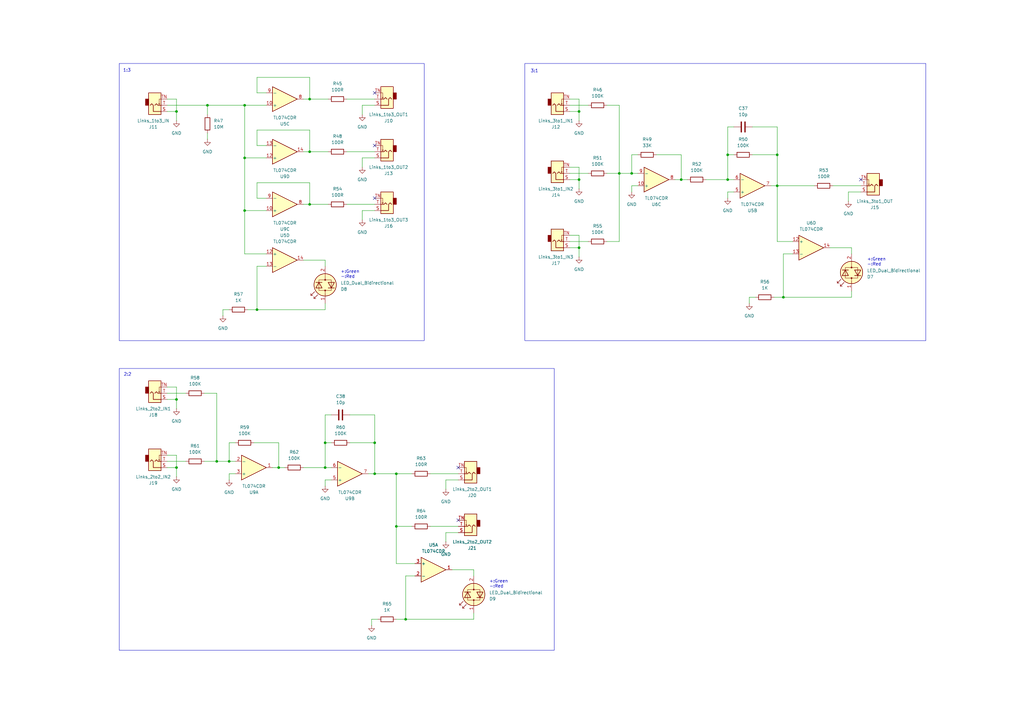
<source format=kicad_sch>
(kicad_sch (version 20250114) (generator "eeschema") (generator_version "9.0")
  (paper "A3")
  (title_block (title "1:3 / 2:2 / 3:3") (date "2025-07-31") (rev "2.1") (company "StudioKAT"))
  (lib_symbols
    (symbol "Amplifier_Operational:TL074" (pin_names (offset 0.127))
      (property "Reference" "U" (at 0 5.08 0))
      (property "Value" "TL074" (at 0 -5.08 0))
      (symbol "TL074_1_1"
        (polyline (pts (xy -5.08 5.08) (xy 5.08 0) (xy -5.08 -5.08) (xy -5.08 5.08)) (stroke (width 0.254)) (fill (type background)))
        (pin input line (at -7.62 2.54 0) (length 2.54) (name "+") (number "3"))
        (pin input line (at -7.62 -2.54 0) (length 2.54) (name "-") (number "2"))
        (pin output line (at 7.62 0 180) (length 2.54) (name "~") (number "1"))
      )
      (symbol "TL074_2_1"
        (polyline (pts (xy -5.08 5.08) (xy 5.08 0) (xy -5.08 -5.08) (xy -5.08 5.08)) (stroke (width 0.254)) (fill (type background)))
        (pin input line (at -7.62 2.54 0) (length 2.54) (name "+") (number "5"))
        (pin input line (at -7.62 -2.54 0) (length 2.54) (name "-") (number "6"))
        (pin output line (at 7.62 0 180) (length 2.54) (name "~") (number "7"))
      )
      (symbol "TL074_3_1"
        (polyline (pts (xy -5.08 5.08) (xy 5.08 0) (xy -5.08 -5.08) (xy -5.08 5.08)) (stroke (width 0.254)) (fill (type background)))
        (pin input line (at -7.62 2.54 0) (length 2.54) (name "+") (number "10"))
        (pin input line (at -7.62 -2.54 0) (length 2.54) (name "-") (number "9"))
        (pin output line (at 7.62 0 180) (length 2.54) (name "~") (number "8"))
      )
      (symbol "TL074_4_1"
        (polyline (pts (xy -5.08 5.08) (xy 5.08 0) (xy -5.08 -5.08) (xy -5.08 5.08)) (stroke (width 0.254)) (fill (type background)))
        (pin input line (at -7.62 2.54 0) (length 2.54) (name "+") (number "12"))
        (pin input line (at -7.62 -2.54 0) (length 2.54) (name "-") (number "13"))
        (pin output line (at 7.62 0 180) (length 2.54) (name "~") (number "14"))
      )
      (symbol "TL074_5_1"
        (pin power_in line (at -2.54 7.62 270) (length 3.81) (name "V+") (number "4"))
        (pin power_in line (at -2.54 -7.62 90) (length 3.81) (name "V-") (number "11"))
      )
    )
    (symbol "Connector_Audio:AudioJack2_SwitchT"
      (property "Reference" "J" (at 0 8.89 0))
      (property "Value" "AudioJack2_SwitchT" (at 0 6.35 0))
      (symbol "AudioJack2_SwitchT_0_1"
        (rectangle (start -2.54 0) (end -3.81 -2.54) (stroke (width 0.254)) (fill (type outline)))
        (polyline (pts (xy 0 0) (xy 0.635 -0.635) (xy 1.27 0) (xy 2.54 0)) (stroke (width 0.254)))
        (polyline (pts (xy 1.778 -0.254) (xy 2.032 -0.762)))
        (rectangle (start 2.54 3.81) (end -2.54 -5.08) (stroke (width 0.254)) (fill (type background)))
        (polyline (pts (xy 2.54 2.54) (xy -0.635 2.54) (xy -0.635 0) (xy -1.27 -0.635) (xy -1.905 0)) (stroke (width 0.254)))
        (polyline (pts (xy 2.54 -2.54) (xy 1.778 -2.54) (xy 1.778 -0.254) (xy 1.524 -0.762)))
      )
      (symbol "AudioJack2_SwitchT_1_1"
        (pin passive line (at 5.08 2.54 180) (length 2.54) (name "~") (number "S"))
        (pin passive line (at 5.08 0 180) (length 2.54) (name "~") (number "T"))
        (pin passive line (at 5.08 -2.54 180) (length 2.54) (name "~") (number "TN"))
      )
    )
    (symbol "Device:C" (pin_numbers (hide yes)) (pin_names (offset 0.254))
      (property "Reference" "C" (at 0.635 2.54 0))
      (property "Value" "C" (at 0.635 -2.54 0))
      (symbol "C_0_1"
        (polyline (pts (xy -2.032 0.762) (xy 2.032 0.762)) (stroke (width 0.508)))
        (polyline (pts (xy -2.032 -0.762) (xy 2.032 -0.762)) (stroke (width 0.508)))
      )
      (symbol "C_1_1"
        (pin passive line (at 0 3.81 270) (length 2.794) (name "~") (number "1"))
        (pin passive line (at 0 -3.81 90) (length 2.794) (name "~") (number "2"))
      )
    )
    (symbol "Device:LED_Dual_Bidirectional" (pin_names (offset 0) (hide yes))
      (property "Reference" "D" (at 0 5.715 0))
      (property "Value" "LED_Dual_Bidirectional" (at 0 -6.35 0))
      (symbol "LED_Dual_Bidirectional_0_1"
        (polyline (pts (xy -4.572 0) (xy -2.54 0)))
        (circle (center -2.032 0) (radius 0.254) (fill (type outline)))
        (polyline (pts (xy -2.032 0) (xy -2.54 0)))
        (polyline (pts (xy -1.016 3.81) (xy -1.016 1.27)) (stroke (width 0.254)))
        (polyline (pts (xy -1.016 -1.27) (xy -1.016 -3.81) (xy 1.27 -2.54) (xy -1.016 -1.27)) (stroke (width 0.254)))
        (circle (center 0 0) (radius 4.572) (stroke (width 0.254)) (fill (type background)))
        (polyline (pts (xy 1.27 3.81) (xy 1.27 1.27) (xy -1.016 2.54) (xy 1.27 3.81)) (stroke (width 0.254)))
        (polyline (pts (xy 1.27 -1.27) (xy 1.27 -3.81)) (stroke (width 0.254)))
        (polyline (pts (xy 2.286 2.54) (xy -2.032 2.54) (xy -2.032 -2.54) (xy 2.286 -2.54) (xy 2.286 2.54)))
        (circle (center 2.286 0) (radius 0.254) (fill (type outline)))
        (polyline (pts (xy 2.794 4.318) (xy 4.318 5.842) (xy 3.556 5.842)) (stroke (width 0.2032)))
        (polyline (pts (xy 4.064 3.048) (xy 5.588 4.572) (xy 4.826 4.572)) (stroke (width 0.2032)))
        (polyline (pts (xy 4.064 0) (xy 2.286 0)) (fill (type outline)))
        (polyline (pts (xy 4.318 5.842) (xy 4.318 5.08)) (stroke (width 0.2032)))
        (polyline (pts (xy 5.588 4.572) (xy 5.588 3.81)) (stroke (width 0.2032)))
      )
      (symbol "LED_Dual_Bidirectional_1_1"
        (pin input line (at -7.62 0 0) (length 3.048) (name "AK") (number "2"))
        (pin input line (at 7.62 0 180) (length 3.81) (name "KA") (number "1"))
      )
    )
    (symbol "Device:R" (pin_numbers (hide yes)) (pin_names (offset 0))
      (property "Reference" "R" (at 2.032 0 90))
      (property "Value" "R" (at 0 0 90))
      (symbol "R_0_1"
        (rectangle (start -1.016 -2.54) (end 1.016 2.54) (stroke (width 0.254)))
      )
      (symbol "R_1_1"
        (pin passive line (at 0 3.81 270) (length 1.27) (name "~") (number "1"))
        (pin passive line (at 0 -3.81 90) (length 1.27) (name "~") (number "2"))
      )
    )
    (symbol "power:GND" (power) (pin_numbers (hide yes)) (pin_names (offset 0) (hide yes))
      (property "Value" "GND" (at 0 -3.81 0))
      (symbol "GND_0_1"
        (polyline (pts (xy 0 0) (xy 0 -1.27) (xy 1.27 -1.27) (xy 0 -2.54) (xy -1.27 -1.27) (xy 0 -1.27)))
      )
      (symbol "GND_1_1"
        (pin power_in line (at 0 0 270) (length 0) (name "~") (number "1"))
      )
    )
  )
  (rectangle (start 48.895 26.035) (end 173.99 139.7))
  (rectangle (start 48.895 151.13) (end 227.33 266.7))
  (rectangle (start 215.265 26.035) (end 379.73 139.7))
  (text "+:Green\n-:Red" (at 139.7 112.522 0) (effects (font (size 1.27 1.27)) (justify left)))
  (text "+:Green\n-:Red" (at 200.66 239.522 0) (effects (font (size 1.27 1.27)) (justify left)))
  (text "2:2" (at 52.324 153.67 0) (effects (font (size 1.27 1.27))))
  (text "3:1" (at 219.202 29.21 0) (effects (font (size 1.27 1.27))))
  (text "1:3" (at 52.07 28.956 0) (effects (font (size 1.27 1.27))))
  (text "+:Green\n-:Red" (at 355.6 107.442 0) (effects (font (size 1.27 1.27)) (justify left)))
  (junction (at 127 40.64))
  (junction (at 105.41 127))
  (junction (at 237.49 73.66))
  (junction (at 72.39 191.77))
  (junction (at 298.45 73.66))
  (junction (at 100.33 64.77))
  (junction (at 72.39 45.72))
  (junction (at 259.08 71.12))
  (junction (at 93.98 189.23))
  (junction (at 254 71.12))
  (junction (at 166.37 254))
  (junction (at 72.39 163.83))
  (junction (at 153.67 194.31))
  (junction (at 237.49 45.72))
  (junction (at 153.67 181.61))
  (junction (at 88.9 189.23))
  (junction (at 114.3 191.77))
  (junction (at 100.33 86.36))
  (junction (at 162.56 194.31))
  (junction (at 133.35 191.77))
  (junction (at 298.45 63.5))
  (junction (at 127 83.82))
  (junction (at 85.09 43.18))
  (junction (at 133.35 181.61))
  (junction (at 321.31 121.92))
  (junction (at 100.33 43.18))
  (junction (at 162.56 215.9))
  (junction (at 318.77 76.2))
  (junction (at 127 62.23))
  (junction (at 279.4 73.66))
  (junction (at 237.49 101.6))
  (junction (at 318.77 63.5))
  (no_connect (at 153.67 38.1))
  (no_connect (at 353.06 73.66))
  (no_connect (at 153.67 81.28))
  (no_connect (at 153.67 59.69))
  (no_connect (at 187.96 213.36))
  (no_connect (at 187.96 191.77))
  (wire (pts (xy 185.42 233.68) (xy 194.31 233.68)))
  (wire (pts (xy 340.36 101.6) (xy 349.25 101.6)))
  (wire (pts (xy 124.46 40.64) (xy 127 40.64)))
  (wire (pts (xy 349.25 101.6) (xy 349.25 104.14)))
  (wire (pts (xy 93.98 181.61) (xy 93.98 189.23)))
  (wire (pts (xy 187.96 196.85) (xy 182.88 196.85)))
  (wire (pts (xy 261.62 76.2) (xy 259.08 76.2)))
  (wire (pts (xy 347.98 78.74) (xy 347.98 82.55)))
  (wire (pts (xy 114.3 191.77) (xy 111.76 191.77)))
  (wire (pts (xy 72.39 158.75) (xy 72.39 163.83)))
  (wire (pts (xy 321.31 104.14) (xy 325.12 104.14)))
  (wire (pts (xy 300.99 63.5) (xy 298.45 63.5)))
  (wire (pts (xy 142.24 62.23) (xy 153.67 62.23)))
  (wire (pts (xy 279.4 73.66) (xy 281.94 73.66)))
  (wire (pts (xy 85.09 43.18) (xy 85.09 46.99)))
  (wire (pts (xy 300.99 52.07) (xy 298.45 52.07)))
  (wire (pts (xy 182.88 218.44) (xy 182.88 222.25)))
  (wire (pts (xy 100.33 64.77) (xy 100.33 43.18)))
  (wire (pts (xy 68.58 163.83) (xy 72.39 163.83)))
  (wire (pts (xy 133.35 191.77) (xy 135.89 191.77)))
  (wire (pts (xy 104.14 181.61) (xy 114.3 181.61)))
  (wire (pts (xy 349.25 119.38) (xy 349.25 121.92)))
  (wire (pts (xy 105.41 59.69) (xy 105.41 53.34)))
  (wire (pts (xy 318.77 76.2) (xy 334.01 76.2)))
  (wire (pts (xy 109.22 104.14) (xy 100.33 104.14)))
  (wire (pts (xy 153.67 64.77) (xy 148.59 64.77)))
  (wire (pts (xy 72.39 163.83) (xy 72.39 167.64)))
  (wire (pts (xy 233.68 40.64) (xy 237.49 40.64)))
  (wire (pts (xy 85.09 54.61) (xy 85.09 57.15)))
  (wire (pts (xy 133.35 124.46) (xy 133.35 127)))
  (wire (pts (xy 318.77 99.06) (xy 325.12 99.06)))
  (wire (pts (xy 88.9 189.23) (xy 93.98 189.23)))
  (wire (pts (xy 187.96 218.44) (xy 182.88 218.44)))
  (wire (pts (xy 72.39 45.72) (xy 72.39 49.53)))
  (wire (pts (xy 237.49 68.58) (xy 237.49 73.66)))
  (wire (pts (xy 68.58 40.64) (xy 72.39 40.64)))
  (wire (pts (xy 143.51 170.18) (xy 153.67 170.18)))
  (wire (pts (xy 162.56 231.14) (xy 170.18 231.14)))
  (wire (pts (xy 109.22 64.77) (xy 100.33 64.77)))
  (wire (pts (xy 153.67 43.18) (xy 148.59 43.18)))
  (wire (pts (xy 233.68 71.12) (xy 241.3 71.12)))
  (wire (pts (xy 237.49 73.66) (xy 237.49 77.47)))
  (wire (pts (xy 142.24 83.82) (xy 153.67 83.82)))
  (wire (pts (xy 248.92 99.06) (xy 254 99.06)))
  (wire (pts (xy 279.4 63.5) (xy 279.4 73.66)))
  (wire (pts (xy 233.68 68.58) (xy 237.49 68.58)))
  (wire (pts (xy 269.24 63.5) (xy 279.4 63.5)))
  (wire (pts (xy 100.33 43.18) (xy 109.22 43.18)))
  (wire (pts (xy 88.9 161.29) (xy 88.9 189.23)))
  (wire (pts (xy 127 74.93) (xy 127 83.82)))
  (wire (pts (xy 91.44 127) (xy 93.98 127)))
  (wire (pts (xy 233.68 101.6) (xy 237.49 101.6)))
  (wire (pts (xy 109.22 59.69) (xy 105.41 59.69)))
  (wire (pts (xy 279.4 73.66) (xy 276.86 73.66)))
  (wire (pts (xy 148.59 64.77) (xy 148.59 68.58)))
  (wire (pts (xy 127 62.23) (xy 134.62 62.23)))
  (wire (pts (xy 153.67 181.61) (xy 153.67 194.31)))
  (wire (pts (xy 133.35 170.18) (xy 133.35 181.61)))
  (wire (pts (xy 109.22 38.1) (xy 105.41 38.1)))
  (wire (pts (xy 307.34 124.46) (xy 307.34 121.92)))
  (wire (pts (xy 233.68 43.18) (xy 241.3 43.18)))
  (wire (pts (xy 153.67 86.36) (xy 148.59 86.36)))
  (wire (pts (xy 135.89 196.85) (xy 133.35 196.85)))
  (wire (pts (xy 96.52 181.61) (xy 93.98 181.61)))
  (wire (pts (xy 162.56 215.9) (xy 162.56 194.31)))
  (wire (pts (xy 105.41 109.22) (xy 105.41 127)))
  (wire (pts (xy 254 43.18) (xy 254 71.12)))
  (wire (pts (xy 308.61 52.07) (xy 318.77 52.07)))
  (wire (pts (xy 298.45 63.5) (xy 298.45 73.66)))
  (wire (pts (xy 109.22 81.28) (xy 105.41 81.28)))
  (wire (pts (xy 148.59 43.18) (xy 148.59 46.99)))
  (wire (pts (xy 298.45 52.07) (xy 298.45 63.5)))
  (wire (pts (xy 194.31 251.46) (xy 194.31 254)))
  (wire (pts (xy 133.35 181.61) (xy 133.35 191.77)))
  (wire (pts (xy 100.33 86.36) (xy 100.33 104.14)))
  (wire (pts (xy 318.77 52.07) (xy 318.77 63.5)))
  (wire (pts (xy 127 40.64) (xy 134.62 40.64)))
  (wire (pts (xy 124.46 106.68) (xy 133.35 106.68)))
  (wire (pts (xy 68.58 45.72) (xy 72.39 45.72)))
  (wire (pts (xy 248.92 71.12) (xy 254 71.12)))
  (wire (pts (xy 68.58 191.77) (xy 72.39 191.77)))
  (wire (pts (xy 105.41 74.93) (xy 127 74.93)))
  (wire (pts (xy 248.92 43.18) (xy 254 43.18)))
  (wire (pts (xy 133.35 196.85) (xy 133.35 199.39)))
  (wire (pts (xy 105.41 38.1) (xy 105.41 31.75)))
  (wire (pts (xy 72.39 40.64) (xy 72.39 45.72)))
  (wire (pts (xy 72.39 191.77) (xy 72.39 195.58)))
  (wire (pts (xy 182.88 196.85) (xy 182.88 200.66)))
  (wire (pts (xy 307.34 121.92) (xy 309.88 121.92)))
  (wire (pts (xy 233.68 99.06) (xy 241.3 99.06)))
  (wire (pts (xy 237.49 45.72) (xy 237.49 49.53)))
  (wire (pts (xy 259.08 63.5) (xy 259.08 71.12)))
  (wire (pts (xy 105.41 81.28) (xy 105.41 74.93)))
  (wire (pts (xy 298.45 73.66) (xy 300.99 73.66)))
  (wire (pts (xy 194.31 233.68) (xy 194.31 236.22)))
  (wire (pts (xy 135.89 181.61) (xy 133.35 181.61)))
  (wire (pts (xy 318.77 63.5) (xy 318.77 76.2)))
  (wire (pts (xy 162.56 194.31) (xy 168.91 194.31)))
  (wire (pts (xy 101.6 127) (xy 105.41 127)))
  (wire (pts (xy 194.31 254) (xy 166.37 254)))
  (wire (pts (xy 153.67 194.31) (xy 162.56 194.31)))
  (wire (pts (xy 237.49 40.64) (xy 237.49 45.72)))
  (wire (pts (xy 100.33 64.77) (xy 100.33 86.36)))
  (wire (pts (xy 127 53.34) (xy 127 62.23)))
  (wire (pts (xy 124.46 83.82) (xy 127 83.82)))
  (wire (pts (xy 114.3 191.77) (xy 116.84 191.77)))
  (wire (pts (xy 68.58 161.29) (xy 76.2 161.29)))
  (wire (pts (xy 316.23 76.2) (xy 318.77 76.2)))
  (wire (pts (xy 68.58 158.75) (xy 72.39 158.75)))
  (wire (pts (xy 127 31.75) (xy 127 40.64)))
  (wire (pts (xy 148.59 86.36) (xy 148.59 90.17)))
  (wire (pts (xy 142.24 40.64) (xy 153.67 40.64)))
  (wire (pts (xy 72.39 186.69) (xy 72.39 191.77)))
  (wire (pts (xy 318.77 76.2) (xy 318.77 99.06)))
  (wire (pts (xy 308.61 63.5) (xy 318.77 63.5)))
  (wire (pts (xy 233.68 96.52) (xy 237.49 96.52)))
  (wire (pts (xy 162.56 254) (xy 166.37 254)))
  (wire (pts (xy 124.46 191.77) (xy 133.35 191.77)))
  (wire (pts (xy 133.35 127) (xy 105.41 127)))
  (wire (pts (xy 83.82 189.23) (xy 88.9 189.23)))
  (wire (pts (xy 93.98 189.23) (xy 96.52 189.23)))
  (wire (pts (xy 289.56 73.66) (xy 298.45 73.66)))
  (wire (pts (xy 127 83.82) (xy 134.62 83.82)))
  (wire (pts (xy 261.62 63.5) (xy 259.08 63.5)))
  (wire (pts (xy 152.4 254) (xy 154.94 254)))
  (wire (pts (xy 109.22 86.36) (xy 100.33 86.36)))
  (wire (pts (xy 259.08 76.2) (xy 259.08 78.74)))
  (wire (pts (xy 233.68 45.72) (xy 237.49 45.72)))
  (wire (pts (xy 152.4 256.54) (xy 152.4 254)))
  (wire (pts (xy 68.58 189.23) (xy 76.2 189.23)))
  (wire (pts (xy 135.89 170.18) (xy 133.35 170.18)))
  (wire (pts (xy 114.3 181.61) (xy 114.3 191.77)))
  (wire (pts (xy 176.53 215.9) (xy 187.96 215.9)))
  (wire (pts (xy 91.44 129.54) (xy 91.44 127)))
  (wire (pts (xy 83.82 161.29) (xy 88.9 161.29)))
  (wire (pts (xy 124.46 62.23) (xy 127 62.23)))
  (wire (pts (xy 166.37 236.22) (xy 166.37 254)))
  (wire (pts (xy 96.52 194.31) (xy 93.98 194.31)))
  (wire (pts (xy 133.35 106.68) (xy 133.35 109.22)))
  (wire (pts (xy 143.51 181.61) (xy 153.67 181.61)))
  (wire (pts (xy 68.58 43.18) (xy 85.09 43.18)))
  (wire (pts (xy 341.63 76.2) (xy 353.06 76.2)))
  (wire (pts (xy 93.98 194.31) (xy 93.98 196.85)))
  (wire (pts (xy 162.56 215.9) (xy 162.56 231.14)))
  (wire (pts (xy 168.91 215.9) (xy 162.56 215.9)))
  (wire (pts (xy 85.09 43.18) (xy 100.33 43.18)))
  (wire (pts (xy 176.53 194.31) (xy 187.96 194.31)))
  (wire (pts (xy 321.31 104.14) (xy 321.31 121.92)))
  (wire (pts (xy 153.67 170.18) (xy 153.67 181.61)))
  (wire (pts (xy 349.25 121.92) (xy 321.31 121.92)))
  (wire (pts (xy 237.49 96.52) (xy 237.49 101.6)))
  (wire (pts (xy 153.67 194.31) (xy 151.13 194.31)))
  (wire (pts (xy 259.08 71.12) (xy 261.62 71.12)))
  (wire (pts (xy 353.06 78.74) (xy 347.98 78.74)))
  (wire (pts (xy 233.68 73.66) (xy 237.49 73.66)))
  (wire (pts (xy 237.49 101.6) (xy 237.49 105.41)))
  (wire (pts (xy 298.45 78.74) (xy 298.45 81.28)))
  (wire (pts (xy 105.41 109.22) (xy 109.22 109.22)))
  (wire (pts (xy 254 71.12) (xy 259.08 71.12)))
  (wire (pts (xy 254 71.12) (xy 254 99.06)))
  (wire (pts (xy 68.58 186.69) (xy 72.39 186.69)))
  (wire (pts (xy 105.41 53.34) (xy 127 53.34)))
  (wire (pts (xy 300.99 78.74) (xy 298.45 78.74)))
  (wire (pts (xy 317.5 121.92) (xy 321.31 121.92)))
  (wire (pts (xy 166.37 236.22) (xy 170.18 236.22)))
  (wire (pts (xy 105.41 31.75) (xy 127 31.75)))
  (symbol (lib_id "Amplifier_Operational:TL074") (at 116.84 40.64 0) (mirror x) (unit 3)
    (property "Reference" "U5" (at 116.84 50.8 0))
    (property "Value" "TL074CDR" (at 116.84 48.26 0))
    (property "Footprint" "Package_SO:SOIC-14_3.9x8.7mm_P1.27mm" (effects (hide yes)))
    (property "Datasheet" "http://www.ti.com/lit/ds/symlink/tl071.pdf" (effects (hide yes)))
    (property "Description" "Quad Low-Noise JFET-Input Operational Amplifiers, DIP-14/SOIC-14" (effects (hide yes)))
    (property "LCSC" "C12594" (effects (hide yes)))
  )
  (symbol (lib_id "Amplifier_Operational:TL074") (at 177.8 233.68 0) (unit 1)
    (property "Reference" "U5" (at 177.8 223.52 0))
    (property "Value" "TL074CDR" (at 177.8 226.06 0))
    (property "Footprint" "Package_SO:SOIC-14_3.9x8.7mm_P1.27mm" (effects (hide yes)))
    (property "Datasheet" "http://www.ti.com/lit/ds/symlink/tl071.pdf" (effects (hide yes)))
    (property "Description" "Quad Low-Noise JFET-Input Operational Amplifiers, DIP-14/SOIC-14" (effects (hide yes)))
    (property "LCSC" "C12594" (effects (hide yes)))
  )
  (symbol (lib_id "Device:R") (at 245.11 71.12 90) (unit 1)
    (property "Reference" "R51" (at 245.11 64.77 90))
    (property "Value" "100K" (at 245.11 67.31 90))
    (property "Footprint" "Resistor_SMD:R_0402_1005Metric" (effects (hide yes)))
    (property "Description" "Resistor" (effects (hide yes)))
    (property "LCSC" "C25741" (effects (hide yes)))
  )
  (symbol (lib_id "Device:R") (at 139.7 181.61 90) (unit 1)
    (property "Reference" "R60" (at 139.7 175.26 90))
    (property "Value" "100K" (at 139.7 177.8 90))
    (property "Footprint" "Resistor_SMD:R_0402_1005Metric" (effects (hide yes)))
    (property "Description" "Resistor" (effects (hide yes)))
    (property "LCSC" "C25741" (effects (hide yes)))
  )
  (symbol (lib_id "Device:R") (at 313.69 121.92 90) (unit 1)
    (property "Reference" "R56" (at 313.69 115.57 90))
    (property "Value" "1K" (at 313.69 118.11 90))
    (property "Footprint" "Resistor_SMD:R_0402_1005Metric" (effects (hide yes)))
    (property "Description" "Resistor" (effects (hide yes)))
    (property "LCSC" "C11702" (effects (hide yes)))
  )
  (symbol (lib_id "power:GND") (at 307.34 124.46 0) (unit 1)
    (property "Reference" "#PWR059" (effects (hide yes)))
    (property "Value" "GND" (at 307.34 129.54 0))
    (property "Description" "Power symbol creates a global label with name \"GND\" , ground" (effects (hide yes)))
  )
  (symbol (lib_id "Device:C") (at 139.7 170.18 90) (unit 1)
    (property "Reference" "C38" (at 139.7 162.56 90))
    (property "Value" "10p" (at 139.7 165.1 90))
    (property "Footprint" "Capacitor_SMD:C_0402_1005Metric" (effects (hide yes)))
    (property "Description" "Unpolarized capacitor" (effects (hide yes)))
    (property "LCSC" "C32949" (effects (hide yes)))
  )
  (symbol (lib_id "Device:R") (at 304.8 63.5 90) (unit 1)
    (property "Reference" "R50" (at 304.8 57.15 90))
    (property "Value" "100K" (at 304.8 59.69 90))
    (property "Footprint" "Resistor_SMD:R_0402_1005Metric" (effects (hide yes)))
    (property "Description" "Resistor" (effects (hide yes)))
    (property "LCSC" "C25741" (effects (hide yes)))
  )
  (symbol (lib_id "Connector_Audio:AudioJack2_SwitchT") (at 193.04 215.9 180) (unit 1)
    (property "Reference" "J21" (at 193.675 224.79 0))
    (property "Value" "Links_2to2_OUT2" (at 193.675 222.25 0))
    (property "Footprint" "kat_eurorack:AudioJack_PJ301M-12" (effects (hide yes)))
    (property "Description" "Audio Jack, 2 Poles (Mono / TS), Switched T Pole (Normalling)" (effects (hide yes)))
  )
  (symbol (lib_id "power:GND") (at 91.44 129.54 0) (unit 1)
    (property "Reference" "#PWR060" (effects (hide yes)))
    (property "Value" "GND" (at 91.44 134.62 0))
    (property "Description" "Power symbol creates a global label with name \"GND\" , ground" (effects (hide yes)))
  )
  (symbol (lib_id "Connector_Audio:AudioJack2_SwitchT") (at 158.75 62.23 180) (unit 1)
    (property "Reference" "J13" (at 159.385 71.12 0))
    (property "Value" "Links_1to3_OUT2" (at 159.385 68.58 0))
    (property "Footprint" "kat_eurorack:AudioJack_PJ301M-12" (effects (hide yes)))
    (property "Description" "Audio Jack, 2 Poles (Mono / TS), Switched T Pole (Normalling)" (effects (hide yes)))
  )
  (symbol (lib_id "Connector_Audio:AudioJack2_SwitchT") (at 63.5 43.18 0) (mirror x) (unit 1)
    (property "Reference" "J11" (at 62.865 52.07 0))
    (property "Value" "Links_1to3_IN" (at 62.865 49.53 0))
    (property "Footprint" "kat_eurorack:AudioJack_PJ301M-12" (effects (hide yes)))
    (property "Description" "Audio Jack, 2 Poles (Mono / TS), Switched T Pole (Normalling)" (effects (hide yes)))
  )
  (symbol (lib_id "Connector_Audio:AudioJack2_SwitchT") (at 228.6 99.06 0) (mirror x) (unit 1)
    (property "Reference" "J17" (at 227.965 107.95 0))
    (property "Value" "Links_3to1_IN3" (at 227.965 105.41 0))
    (property "Footprint" "kat_eurorack:AudioJack_PJ301M-12" (effects (hide yes)))
    (property "Description" "Audio Jack, 2 Poles (Mono / TS), Switched T Pole (Normalling)" (effects (hide yes)))
  )
  (symbol (lib_id "Device:R") (at 80.01 189.23 90) (unit 1)
    (property "Reference" "R61" (at 80.01 182.88 90))
    (property "Value" "100K" (at 80.01 185.42 90))
    (property "Footprint" "Resistor_SMD:R_0402_1005Metric" (effects (hide yes)))
    (property "Description" "Resistor" (effects (hide yes)))
    (property "LCSC" "C25741" (effects (hide yes)))
  )
  (symbol (lib_id "power:GND") (at 182.88 200.66 0) (unit 1)
    (property "Reference" "#PWR065" (effects (hide yes)))
    (property "Value" "GND" (at 182.88 205.74 0))
    (property "Description" "Power symbol creates a global label with name \"GND\" , ground" (effects (hide yes)))
  )
  (symbol (lib_id "Connector_Audio:AudioJack2_SwitchT") (at 158.75 83.82 180) (unit 1)
    (property "Reference" "J16" (at 159.385 92.71 0))
    (property "Value" "Links_1to3_OUT3" (at 159.385 90.17 0))
    (property "Footprint" "kat_eurorack:AudioJack_PJ301M-12" (effects (hide yes)))
    (property "Description" "Audio Jack, 2 Poles (Mono / TS), Switched T Pole (Normalling)" (effects (hide yes)))
  )
  (symbol (lib_id "Amplifier_Operational:TL074") (at 332.74 101.6 0) (unit 4)
    (property "Reference" "U6" (at 332.74 91.44 0))
    (property "Value" "TL074CDR" (at 332.74 93.98 0))
    (property "Footprint" "Package_SO:SOIC-14_3.9x8.7mm_P1.27mm" (effects (hide yes)))
    (property "Datasheet" "http://www.ti.com/lit/ds/symlink/tl071.pdf" (effects (hide yes)))
    (property "Description" "Quad Low-Noise JFET-Input Operational Amplifiers, DIP-14/SOIC-14" (effects (hide yes)))
    (property "LCSC" "C12594" (effects (hide yes)))
  )
  (symbol (lib_id "Amplifier_Operational:TL074") (at 116.84 62.23 0) (mirror x) (unit 4)
    (property "Reference" "U9" (at 116.84 72.39 0))
    (property "Value" "TL074CDR" (at 116.84 69.85 0))
    (property "Footprint" "Package_SO:SOIC-14_3.9x8.7mm_P1.27mm" (effects (hide yes)))
    (property "Datasheet" "http://www.ti.com/lit/ds/symlink/tl071.pdf" (effects (hide yes)))
    (property "Description" "Quad Low-Noise JFET-Input Operational Amplifiers, DIP-14/SOIC-14" (effects (hide yes)))
    (property "LCSC" "C12594" (effects (hide yes)))
  )
  (symbol (lib_id "power:GND") (at 347.98 82.55 0) (unit 1)
    (property "Reference" "#PWR056" (effects (hide yes)))
    (property "Value" "GND" (at 347.98 87.63 0))
    (property "Description" "Power symbol creates a global label with name \"GND\" , ground" (effects (hide yes)))
  )
  (symbol (lib_id "Device:C") (at 304.8 52.07 90) (unit 1)
    (property "Reference" "C37" (at 304.8 44.45 90))
    (property "Value" "10p" (at 304.8 46.99 90))
    (property "Footprint" "Capacitor_SMD:C_0402_1005Metric" (effects (hide yes)))
    (property "Description" "Unpolarized capacitor" (effects (hide yes)))
    (property "LCSC" "C32949" (effects (hide yes)))
  )
  (symbol (lib_id "power:GND") (at 237.49 77.47 0) (unit 1)
    (property "Reference" "#PWR053" (effects (hide yes)))
    (property "Value" "GND" (at 237.49 82.55 0))
    (property "Description" "Power symbol creates a global label with name \"GND\" , ground" (effects (hide yes)))
  )
  (symbol (lib_id "Device:LED_Dual_Bidirectional") (at 133.35 116.84 90) (mirror x) (unit 1)
    (property "Reference" "D8" (at 139.7 118.6054 90) (effects (justify right)))
    (property "Value" "LED_Dual_Bidirectional" (at 139.7 116.0654 90) (effects (justify right)))
    (property "Footprint" "LED_THT:LED_D3.0mm" (effects (hide yes)))
    (property "Description" "Dual LED, bidirectional" (effects (hide yes)))
  )
  (symbol (lib_id "power:GND") (at 148.59 46.99 0) (unit 1)
    (property "Reference" "#PWR048" (effects (hide yes)))
    (property "Value" "GND" (at 148.59 52.07 0))
    (property "Description" "Power symbol creates a global label with name \"GND\" , ground" (effects (hide yes)))
  )
  (symbol (lib_id "Amplifier_Operational:TL074") (at 104.14 191.77 0) (mirror x) (unit 1)
    (property "Reference" "U9" (at 104.14 201.93 0))
    (property "Value" "TL074CDR" (at 104.14 199.39 0))
    (property "Footprint" "Package_SO:SOIC-14_3.9x8.7mm_P1.27mm" (effects (hide yes)))
    (property "Datasheet" "http://www.ti.com/lit/ds/symlink/tl071.pdf" (effects (hide yes)))
    (property "Description" "Quad Low-Noise JFET-Input Operational Amplifiers, DIP-14/SOIC-14" (effects (hide yes)))
    (property "LCSC" "C12594" (effects (hide yes)))
  )
  (symbol (lib_id "power:GND") (at 133.35 199.39 0) (unit 1)
    (property "Reference" "#PWR064" (effects (hide yes)))
    (property "Value" "GND" (at 133.35 204.47 0))
    (property "Description" "Power symbol creates a global label with name \"GND\" , ground" (effects (hide yes)))
  )
  (symbol (lib_id "Connector_Audio:AudioJack2_SwitchT") (at 228.6 71.12 0) (mirror x) (unit 1)
    (property "Reference" "J14" (at 227.965 80.01 0))
    (property "Value" "Links_3to1_IN2" (at 227.965 77.47 0))
    (property "Footprint" "kat_eurorack:AudioJack_PJ301M-12" (effects (hide yes)))
    (property "Description" "Audio Jack, 2 Poles (Mono / TS), Switched T Pole (Normalling)" (effects (hide yes)))
  )
  (symbol (lib_id "power:GND") (at 72.39 167.64 0) (unit 1)
    (property "Reference" "#PWR061" (effects (hide yes)))
    (property "Value" "GND" (at 72.39 172.72 0))
    (property "Description" "Power symbol creates a global label with name \"GND\" , ground" (effects (hide yes)))
  )
  (symbol (lib_id "Device:R") (at 138.43 40.64 90) (unit 1)
    (property "Reference" "R45" (at 138.43 34.29 90))
    (property "Value" "100R" (at 138.43 36.83 90))
    (property "Footprint" "Resistor_SMD:R_0402_1005Metric" (effects (hide yes)))
    (property "Description" "Resistor" (effects (hide yes)))
    (property "LCSC" "C25076" (effects (hide yes)))
  )
  (symbol (lib_id "Device:R") (at 85.09 50.8 0) (unit 1)
    (property "Reference" "R47" (at 87.63 49.5299 0) (effects (justify left)))
    (property "Value" "10M" (at 87.63 52.0699 0) (effects (justify left)))
    (property "Footprint" "Resistor_SMD:R_0402_1005Metric" (effects (hide yes)))
    (property "Description" "Resistor" (effects (hide yes)))
    (property "LCSC" "C26082" (effects (hide yes)))
  )
  (symbol (lib_id "Device:R") (at 120.65 191.77 90) (unit 1)
    (property "Reference" "R62" (at 120.65 185.42 90))
    (property "Value" "100K" (at 120.65 187.96 90))
    (property "Footprint" "Resistor_SMD:R_0402_1005Metric" (effects (hide yes)))
    (property "Description" "Resistor" (effects (hide yes)))
    (property "LCSC" "C25741" (effects (hide yes)))
  )
  (symbol (lib_id "Connector_Audio:AudioJack2_SwitchT") (at 158.75 40.64 180) (unit 1)
    (property "Reference" "J10" (at 159.385 49.53 0))
    (property "Value" "Links_1to3_OUT1" (at 159.385 46.99 0))
    (property "Footprint" "kat_eurorack:AudioJack_PJ301M-12" (effects (hide yes)))
    (property "Description" "Audio Jack, 2 Poles (Mono / TS), Switched T Pole (Normalling)" (effects (hide yes)))
  )
  (symbol (lib_id "Connector_Audio:AudioJack2_SwitchT") (at 193.04 194.31 180) (unit 1)
    (property "Reference" "J20" (at 193.675 203.2 0))
    (property "Value" "Links_2to2_OUT1" (at 193.675 200.66 0))
    (property "Footprint" "kat_eurorack:AudioJack_PJ301M-12" (effects (hide yes)))
    (property "Description" "Audio Jack, 2 Poles (Mono / TS), Switched T Pole (Normalling)" (effects (hide yes)))
  )
  (symbol (lib_id "Amplifier_Operational:TL074") (at 116.84 106.68 0) (unit 4)
    (property "Reference" "U5" (at 116.84 96.52 0))
    (property "Value" "TL074CDR" (at 116.84 99.06 0))
    (property "Footprint" "Package_SO:SOIC-14_3.9x8.7mm_P1.27mm" (effects (hide yes)))
    (property "Datasheet" "http://www.ti.com/lit/ds/symlink/tl071.pdf" (effects (hide yes)))
    (property "Description" "Quad Low-Noise JFET-Input Operational Amplifiers, DIP-14/SOIC-14" (effects (hide yes)))
    (property "LCSC" "C12594" (effects (hide yes)))
  )
  (symbol (lib_id "Connector_Audio:AudioJack2_SwitchT") (at 228.6 43.18 0) (mirror x) (unit 1)
    (property "Reference" "J12" (at 227.965 52.07 0))
    (property "Value" "Links_3to1_IN1" (at 227.965 49.53 0))
    (property "Footprint" "kat_eurorack:AudioJack_PJ301M-12" (effects (hide yes)))
    (property "Description" "Audio Jack, 2 Poles (Mono / TS), Switched T Pole (Normalling)" (effects (hide yes)))
  )
  (symbol (lib_id "Device:R") (at 265.43 63.5 90) (unit 1)
    (property "Reference" "R49" (at 265.43 57.15 90))
    (property "Value" "33K" (at 265.43 59.69 90))
    (property "Footprint" "Resistor_SMD:R_0402_1005Metric" (effects (hide yes)))
    (property "Description" "Resistor" (effects (hide yes)))
    (property "LCSC" "C25779" (effects (hide yes)))
  )
  (symbol (lib_id "power:GND") (at 182.88 222.25 0) (unit 1)
    (property "Reference" "#PWR066" (effects (hide yes)))
    (property "Value" "GND" (at 182.88 227.33 0))
    (property "Description" "Power symbol creates a global label with name \"GND\" , ground" (effects (hide yes)))
  )
  (symbol (lib_id "power:GND") (at 259.08 78.74 0) (unit 1)
    (property "Reference" "#PWR054" (effects (hide yes)))
    (property "Value" "GND" (at 259.08 83.82 0))
    (property "Description" "Power symbol creates a global label with name \"GND\" , ground" (effects (hide yes)))
  )
  (symbol (lib_id "Device:LED_Dual_Bidirectional") (at 194.31 243.84 90) (mirror x) (unit 1)
    (property "Reference" "D9" (at 200.66 245.6054 90) (effects (justify right)))
    (property "Value" "LED_Dual_Bidirectional" (at 200.66 243.0654 90) (effects (justify right)))
    (property "Footprint" "LED_THT:LED_D3.0mm" (effects (hide yes)))
    (property "Description" "Dual LED, bidirectional" (effects (hide yes)))
  )
  (symbol (lib_id "Connector_Audio:AudioJack2_SwitchT") (at 63.5 161.29 0) (mirror x) (unit 1)
    (property "Reference" "J18" (at 62.865 170.18 0))
    (property "Value" "Links_2to2_IN1" (at 62.865 167.64 0))
    (property "Footprint" "kat_eurorack:AudioJack_PJ301M-12" (effects (hide yes)))
    (property "Description" "Audio Jack, 2 Poles (Mono / TS), Switched T Pole (Normalling)" (effects (hide yes)))
  )
  (symbol (lib_id "Device:R") (at 80.01 161.29 90) (unit 1)
    (property "Reference" "R58" (at 80.01 154.94 90))
    (property "Value" "100K" (at 80.01 157.48 90))
    (property "Footprint" "Resistor_SMD:R_0402_1005Metric" (effects (hide yes)))
    (property "Description" "Resistor" (effects (hide yes)))
    (property "LCSC" "C25741" (effects (hide yes)))
  )
  (symbol (lib_id "Amplifier_Operational:TL074") (at 143.51 194.31 0) (mirror x) (unit 2)
    (property "Reference" "U9" (at 143.51 204.47 0))
    (property "Value" "TL074CDR" (at 143.51 201.93 0))
    (property "Footprint" "Package_SO:SOIC-14_3.9x8.7mm_P1.27mm" (effects (hide yes)))
    (property "Datasheet" "http://www.ti.com/lit/ds/symlink/tl071.pdf" (effects (hide yes)))
    (property "Description" "Quad Low-Noise JFET-Input Operational Amplifiers, DIP-14/SOIC-14" (effects (hide yes)))
    (property "LCSC" "C12594" (effects (hide yes)))
  )
  (symbol (lib_id "Device:R") (at 172.72 215.9 90) (unit 1)
    (property "Reference" "R64" (at 172.72 209.55 90))
    (property "Value" "100R" (at 172.72 212.09 90))
    (property "Footprint" "Resistor_SMD:R_0402_1005Metric" (effects (hide yes)))
    (property "Description" "Resistor" (effects (hide yes)))
    (property "LCSC" "C25076" (effects (hide yes)))
  )
  (symbol (lib_id "power:GND") (at 148.59 68.58 0) (unit 1)
    (property "Reference" "#PWR052" (effects (hide yes)))
    (property "Value" "GND" (at 148.59 73.66 0))
    (property "Description" "Power symbol creates a global label with name \"GND\" , ground" (effects (hide yes)))
  )
  (symbol (lib_id "Device:R") (at 100.33 181.61 90) (unit 1)
    (property "Reference" "R59" (at 100.33 175.26 90))
    (property "Value" "100K" (at 100.33 177.8 90))
    (property "Footprint" "Resistor_SMD:R_0402_1005Metric" (effects (hide yes)))
    (property "Description" "Resistor" (effects (hide yes)))
    (property "LCSC" "C25741" (effects (hide yes)))
  )
  (symbol (lib_id "power:GND") (at 72.39 195.58 0) (unit 1)
    (property "Reference" "#PWR062" (effects (hide yes)))
    (property "Value" "GND" (at 72.39 200.66 0))
    (property "Description" "Power symbol creates a global label with name \"GND\" , ground" (effects (hide yes)))
  )
  (symbol (lib_id "Device:R") (at 285.75 73.66 90) (unit 1)
    (property "Reference" "R52" (at 285.75 67.31 90))
    (property "Value" "100K" (at 285.75 69.85 90))
    (property "Footprint" "Resistor_SMD:R_0402_1005Metric" (effects (hide yes)))
    (property "Description" "Resistor" (effects (hide yes)))
    (property "LCSC" "C25741" (effects (hide yes)))
  )
  (symbol (lib_id "Amplifier_Operational:TL074") (at 308.61 76.2 0) (mirror x) (unit 2)
    (property "Reference" "U5" (at 308.61 86.36 0))
    (property "Value" "TL074CDR" (at 308.61 83.82 0))
    (property "Footprint" "Package_SO:SOIC-14_3.9x8.7mm_P1.27mm" (effects (hide yes)))
    (property "Datasheet" "http://www.ti.com/lit/ds/symlink/tl071.pdf" (effects (hide yes)))
    (property "Description" "Quad Low-Noise JFET-Input Operational Amplifiers, DIP-14/SOIC-14" (effects (hide yes)))
    (property "LCSC" "C12594" (effects (hide yes)))
  )
  (symbol (lib_id "power:GND") (at 148.59 90.17 0) (unit 1)
    (property "Reference" "#PWR057" (effects (hide yes)))
    (property "Value" "GND" (at 148.59 95.25 0))
    (property "Description" "Power symbol creates a global label with name \"GND\" , ground" (effects (hide yes)))
  )
  (symbol (lib_id "power:GND") (at 237.49 49.53 0) (unit 1)
    (property "Reference" "#PWR050" (effects (hide yes)))
    (property "Value" "GND" (at 237.49 54.61 0))
    (property "Description" "Power symbol creates a global label with name \"GND\" , ground" (effects (hide yes)))
  )
  (symbol (lib_id "power:GND") (at 298.45 81.28 0) (unit 1)
    (property "Reference" "#PWR055" (effects (hide yes)))
    (property "Value" "GND" (at 298.45 86.36 0))
    (property "Description" "Power symbol creates a global label with name \"GND\" , ground" (effects (hide yes)))
  )
  (symbol (lib_id "power:GND") (at 237.49 105.41 0) (unit 1)
    (property "Reference" "#PWR058" (effects (hide yes)))
    (property "Value" "GND" (at 237.49 110.49 0))
    (property "Description" "Power symbol creates a global label with name \"GND\" , ground" (effects (hide yes)))
  )
  (symbol (lib_id "Device:R") (at 337.82 76.2 90) (unit 1)
    (property "Reference" "R53" (at 337.82 69.85 90))
    (property "Value" "100R" (at 337.82 72.39 90))
    (property "Footprint" "Resistor_SMD:R_0402_1005Metric" (effects (hide yes)))
    (property "Description" "Resistor" (effects (hide yes)))
    (property "LCSC" "C25076" (effects (hide yes)))
  )
  (symbol (lib_id "Device:R") (at 138.43 83.82 90) (unit 1)
    (property "Reference" "R54" (at 138.43 77.47 90))
    (property "Value" "100R" (at 138.43 80.01 90))
    (property "Footprint" "Resistor_SMD:R_0402_1005Metric" (effects (hide yes)))
    (property "Description" "Resistor" (effects (hide yes)))
    (property "LCSC" "C25076" (effects (hide yes)))
  )
  (symbol (lib_id "Device:R") (at 172.72 194.31 90) (unit 1)
    (property "Reference" "R63" (at 172.72 187.96 90))
    (property "Value" "100R" (at 172.72 190.5 90))
    (property "Footprint" "Resistor_SMD:R_0402_1005Metric" (effects (hide yes)))
    (property "Description" "Resistor" (effects (hide yes)))
    (property "LCSC" "C25076" (effects (hide yes)))
  )
  (symbol (lib_id "Amplifier_Operational:TL074") (at 116.84 83.82 0) (mirror x) (unit 3)
    (property "Reference" "U9" (at 116.84 93.98 0))
    (property "Value" "TL074CDR" (at 116.84 91.44 0))
    (property "Footprint" "Package_SO:SOIC-14_3.9x8.7mm_P1.27mm" (effects (hide yes)))
    (property "Datasheet" "http://www.ti.com/lit/ds/symlink/tl071.pdf" (effects (hide yes)))
    (property "Description" "Quad Low-Noise JFET-Input Operational Amplifiers, DIP-14/SOIC-14" (effects (hide yes)))
    (property "LCSC" "C12594" (effects (hide yes)))
  )
  (symbol (lib_id "power:GND") (at 152.4 256.54 0) (unit 1)
    (property "Reference" "#PWR067" (effects (hide yes)))
    (property "Value" "GND" (at 152.4 261.62 0))
    (property "Description" "Power symbol creates a global label with name \"GND\" , ground" (effects (hide yes)))
  )
  (symbol (lib_id "Device:LED_Dual_Bidirectional") (at 349.25 111.76 90) (mirror x) (unit 1)
    (property "Reference" "D7" (at 355.6 113.5254 90) (effects (justify right)))
    (property "Value" "LED_Dual_Bidirectional" (at 355.6 110.9854 90) (effects (justify right)))
    (property "Footprint" "LED_THT:LED_D3.0mm" (effects (hide yes)))
    (property "Description" "Dual LED, bidirectional" (effects (hide yes)))
  )
  (symbol (lib_id "power:GND") (at 85.09 57.15 0) (unit 1)
    (property "Reference" "#PWR051" (effects (hide yes)))
    (property "Value" "GND" (at 85.09 62.23 0))
    (property "Description" "Power symbol creates a global label with name \"GND\" , ground" (effects (hide yes)))
  )
  (symbol (lib_id "Device:R") (at 245.11 43.18 90) (unit 1)
    (property "Reference" "R46" (at 245.11 36.83 90))
    (property "Value" "100K" (at 245.11 39.37 90))
    (property "Footprint" "Resistor_SMD:R_0402_1005Metric" (effects (hide yes)))
    (property "Description" "Resistor" (effects (hide yes)))
    (property "LCSC" "C25741" (effects (hide yes)))
  )
  (symbol (lib_id "Connector_Audio:AudioJack2_SwitchT") (at 63.5 189.23 0) (mirror x) (unit 1)
    (property "Reference" "J19" (at 62.865 198.12 0))
    (property "Value" "Links_2to2_IN2" (at 62.865 195.58 0))
    (property "Footprint" "kat_eurorack:AudioJack_PJ301M-12" (effects (hide yes)))
    (property "Description" "Audio Jack, 2 Poles (Mono / TS), Switched T Pole (Normalling)" (effects (hide yes)))
  )
  (symbol (lib_id "Device:R") (at 138.43 62.23 90) (unit 1)
    (property "Reference" "R48" (at 138.43 55.88 90))
    (property "Value" "100R" (at 138.43 58.42 90))
    (property "Footprint" "Resistor_SMD:R_0402_1005Metric" (effects (hide yes)))
    (property "Description" "Resistor" (effects (hide yes)))
    (property "LCSC" "C25076" (effects (hide yes)))
  )
  (symbol (lib_id "Device:R") (at 245.11 99.06 90) (unit 1)
    (property "Reference" "R55" (at 245.11 92.71 90))
    (property "Value" "100K" (at 245.11 95.25 90))
    (property "Footprint" "Resistor_SMD:R_0402_1005Metric" (effects (hide yes)))
    (property "Description" "Resistor" (effects (hide yes)))
    (property "LCSC" "C25741" (effects (hide yes)))
  )
  (symbol (lib_id "Device:R") (at 158.75 254 90) (unit 1)
    (property "Reference" "R65" (at 158.75 247.65 90))
    (property "Value" "1K" (at 158.75 250.19 90))
    (property "Footprint" "Resistor_SMD:R_0402_1005Metric" (effects (hide yes)))
    (property "Description" "Resistor" (effects (hide yes)))
    (property "LCSC" "C11702" (effects (hide yes)))
  )
  (symbol (lib_id "Connector_Audio:AudioJack2_SwitchT") (at 358.14 76.2 180) (unit 1)
    (property "Reference" "J15" (at 358.775 85.09 0))
    (property "Value" "Links_3to1_OUT" (at 358.775 82.55 0))
    (property "Footprint" "kat_eurorack:AudioJack_PJ301M-12" (effects (hide yes)))
    (property "Description" "Audio Jack, 2 Poles (Mono / TS), Switched T Pole (Normalling)" (effects (hide yes)))
  )
  (symbol (lib_id "Amplifier_Operational:TL074") (at 269.24 73.66 0) (mirror x) (unit 3)
    (property "Reference" "U6" (at 269.24 83.82 0))
    (property "Value" "TL074CDR" (at 269.24 81.28 0))
    (property "Footprint" "Package_SO:SOIC-14_3.9x8.7mm_P1.27mm" (effects (hide yes)))
    (property "Datasheet" "http://www.ti.com/lit/ds/symlink/tl071.pdf" (effects (hide yes)))
    (property "Description" "Quad Low-Noise JFET-Input Operational Amplifiers, DIP-14/SOIC-14" (effects (hide yes)))
    (property "LCSC" "C12594" (effects (hide yes)))
  )
  (symbol (lib_id "power:GND") (at 72.39 49.53 0) (unit 1)
    (property "Reference" "#PWR049" (effects (hide yes)))
    (property "Value" "GND" (at 72.39 54.61 0))
    (property "Description" "Power symbol creates a global label with name \"GND\" , ground" (effects (hide yes)))
  )
  (symbol (lib_id "Device:R") (at 97.79 127 90) (unit 1)
    (property "Reference" "R57" (at 97.79 120.65 90))
    (property "Value" "1K" (at 97.79 123.19 90))
    (property "Footprint" "Resistor_SMD:R_0402_1005Metric" (effects (hide yes)))
    (property "Description" "Resistor" (effects (hide yes)))
    (property "LCSC" "C11702" (effects (hide yes)))
  )
  (symbol (lib_id "power:GND") (at 93.98 196.85 0) (unit 1)
    (property "Reference" "#PWR063" (effects (hide yes)))
    (property "Value" "GND" (at 93.98 201.93 0))
    (property "Description" "Power symbol creates a global label with name \"GND\" , ground" (effects (hide yes)))
  )
)
</source>
